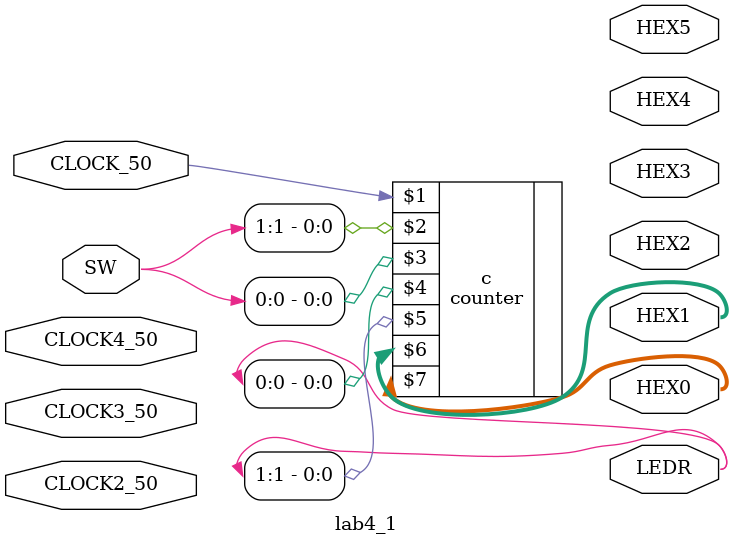
<source format=v>


module lab4_1(

	//////////// CLOCK //////////
	input 		          		CLOCK2_50,
	input 		          		CLOCK3_50,
	input 		          		CLOCK4_50,
	input 		          		CLOCK_50,

	//////////// SW //////////
	input 		     [9:0]		SW,

	//////////// LED //////////
	output		     [9:0]		LEDR,

	//////////// Seg7 //////////
	output		     [6:0]		HEX0,
	output		     [6:0]		HEX1,
	output		     [6:0]		HEX2,
	output		     [6:0]		HEX3,
	output		     [6:0]		HEX4,
	output		     [6:0]		HEX5
);



//=======================================================
//  REG/WIRE declarations
//=======================================================


counter c(CLOCK_50, SW[1], SW[0], LEDR[0], LEDR[1], HEX1, HEX0);

//=======================================================
//  Structural coding
//=======================================================



endmodule

</source>
